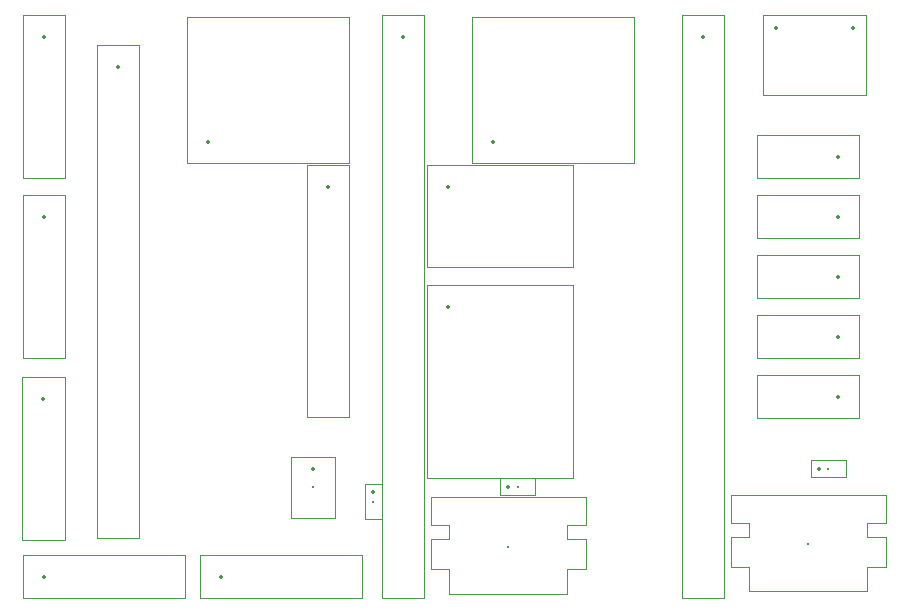
<source format=gbr>
%TF.GenerationSoftware,KiCad,Pcbnew,8.0.3*%
%TF.CreationDate,2024-07-03T12:22:04-05:00*%
%TF.ProjectId,lucidGloves,6c756369-6447-46c6-9f76-65732e6b6963,rev?*%
%TF.SameCoordinates,Original*%
%TF.FileFunction,Component,L1,Top*%
%TF.FilePolarity,Positive*%
%FSLAX46Y46*%
G04 Gerber Fmt 4.6, Leading zero omitted, Abs format (unit mm)*
G04 Created by KiCad (PCBNEW 8.0.3) date 2024-07-03 12:22:04*
%MOMM*%
%LPD*%
G01*
G04 APERTURE LIST*
%TA.AperFunction,ComponentMain*%
%ADD10C,0.300000*%
%TD*%
%TA.AperFunction,ComponentOutline,Courtyard*%
%ADD11C,0.100000*%
%TD*%
%TA.AperFunction,ComponentPin*%
%ADD12P,0.360000X4X0.000000*%
%TD*%
%TA.AperFunction,ComponentPin*%
%ADD13C,0.100000*%
%TD*%
G04 APERTURE END LIST*
D10*
%TO.C,R2*%
%TO.CFtp,R_0603_1608Metric*%
%TO.CVal,5100Ω*%
%TO.CLbN,Resistor_SMD*%
%TO.CMnt,SMD*%
%TO.CRot,0*%
X186245000Y-91440000D03*
D11*
X187724999Y-90710001D02*
X187724999Y-92169999D01*
X184765001Y-92169999D01*
X184765001Y-90710001D01*
X187724999Y-90710001D01*
D12*
%TO.P,R2,1*%
X185420000Y-91440000D03*
D13*
%TO.P,R2,2*%
X187070000Y-91440000D03*
%TD*%
D10*
%TO.C,D1*%
%TO.CFtp,LED_PLCC-2_3.4x3.0mm_AK*%
%TO.CVal,LED*%
%TO.CLbN,LED_SMD*%
%TO.CMnt,SMD*%
%TO.CRot,90*%
X168910000Y-91440000D03*
D11*
X170759999Y-88940001D02*
X170759999Y-94089999D01*
X167060001Y-94089999D01*
X167060001Y-88940001D01*
X170759999Y-88940001D01*
D12*
%TO.P,D1,1,K*%
X168910000Y-89940000D03*
D13*
%TO.P,D1,2,A*%
X168910000Y-92940000D03*
%TD*%
D10*
%TO.C,J12*%
%TO.CFtp,PinHeader_1x05_P2.54mm_Vertical*%
%TO.CVal,Conn_01x05_Pin*%
%TO.CLbN,Connector_PinHeader_2.54mm*%
%TO.CMnt,TH*%
%TO.CRot,0*%
X146100000Y-53340000D03*
D11*
X147899999Y-51540001D02*
X147899999Y-65289999D01*
X144300001Y-65289999D01*
X144300001Y-51540001D01*
X147899999Y-51540001D01*
D12*
%TO.P,J12,1,Pin_1*%
X146100000Y-53340000D03*
D13*
%TO.P,J12,2,Pin_2*%
X146100000Y-55880000D03*
%TO.P,J12,3,Pin_3*%
X146100000Y-58420000D03*
%TO.P,J12,4,Pin_4*%
X146100000Y-60960000D03*
%TO.P,J12,5,Pin_5*%
X146100000Y-63500000D03*
%TD*%
D10*
%TO.C,J9*%
%TO.CFtp,PinSocket_1x19_P2.54mm_Vertical*%
%TO.CVal,Conn_01x19_Socket*%
%TO.CLbN,Connector_PinSocket_2.54mm*%
%TO.CMnt,TH*%
%TO.CRot,0*%
X176555000Y-53340000D03*
D11*
X178304999Y-51540001D02*
X178304999Y-100839999D01*
X174755001Y-100839999D01*
X174755001Y-51540001D01*
X178304999Y-51540001D01*
D12*
%TO.P,J9,1,Pin_1*%
X176555000Y-53340000D03*
D13*
%TO.P,J9,2,Pin_2*%
X176555000Y-55880000D03*
%TO.P,J9,3,Pin_3*%
X176555000Y-58420000D03*
%TO.P,J9,4,Pin_4*%
X176555000Y-60960000D03*
%TO.P,J9,5,Pin_5*%
X176555000Y-63500000D03*
%TO.P,J9,6,Pin_6*%
X176555000Y-66040000D03*
%TO.P,J9,7,Pin_7*%
X176555000Y-68580000D03*
%TO.P,J9,8,Pin_8*%
X176555000Y-71120000D03*
%TO.P,J9,9,Pin_9*%
X176555000Y-73660000D03*
%TO.P,J9,10,Pin_10*%
X176555000Y-76200000D03*
%TO.P,J9,11,Pin_11*%
X176555000Y-78740000D03*
%TO.P,J9,12,Pin_12*%
X176555000Y-81280000D03*
%TO.P,J9,13,Pin_13*%
X176555000Y-83820000D03*
%TO.P,J9,14,Pin_14*%
X176555000Y-86360000D03*
%TO.P,J9,15,Pin_15*%
X176555000Y-88900000D03*
%TO.P,J9,16,Pin_16*%
X176555000Y-91440000D03*
%TO.P,J9,17,Pin_17*%
X176555000Y-93980000D03*
%TO.P,J9,18,Pin_18*%
X176555000Y-96520000D03*
%TO.P,J9,19,Pin_19*%
X176555000Y-99060000D03*
%TD*%
D10*
%TO.C,J16*%
%TO.CFtp,PinHeader_1x03_P2.54mm_Vertical*%
%TO.CVal,Conn_01x03_Pin*%
%TO.CLbN,Connector_PinHeader_2.54mm*%
%TO.CMnt,TH*%
%TO.CRot,-90*%
X213360000Y-63500000D03*
D11*
X215159999Y-61700001D02*
X215159999Y-65299999D01*
X206510001Y-65299999D01*
X206510001Y-61700001D01*
X215159999Y-61700001D01*
D12*
%TO.P,J16,1,Pin_1*%
X213360000Y-63500000D03*
D13*
%TO.P,J16,2,Pin_2*%
X210820000Y-63500000D03*
%TO.P,J16,3,Pin_3*%
X208280000Y-63500000D03*
%TD*%
D10*
%TO.C,J11*%
%TO.CFtp,PinHeader_1x05_P2.54mm_Vertical*%
%TO.CVal,Conn_01x05_Pin*%
%TO.CLbN,Connector_PinHeader_2.54mm*%
%TO.CMnt,TH*%
%TO.CRot,0*%
X146100000Y-68580000D03*
D11*
X147899999Y-66780001D02*
X147899999Y-80529999D01*
X144300001Y-80529999D01*
X144300001Y-66780001D01*
X147899999Y-66780001D01*
D12*
%TO.P,J11,1,Pin_1*%
X146100000Y-68580000D03*
D13*
%TO.P,J11,2,Pin_2*%
X146100000Y-71120000D03*
%TO.P,J11,3,Pin_3*%
X146100000Y-73660000D03*
%TO.P,J11,4,Pin_4*%
X146100000Y-76200000D03*
%TO.P,J11,5,Pin_5*%
X146100000Y-78740000D03*
%TD*%
D10*
%TO.C,R1*%
%TO.CFtp,R_0603_1608Metric*%
%TO.CVal,5100Ω*%
%TO.CLbN,Resistor_SMD*%
%TO.CMnt,SMD*%
%TO.CRot,0*%
X212535000Y-89915000D03*
D11*
X214014999Y-89185001D02*
X214014999Y-90644999D01*
X211055001Y-90644999D01*
X211055001Y-89185001D01*
X214014999Y-89185001D01*
D12*
%TO.P,R1,1*%
X211710000Y-89915000D03*
D13*
%TO.P,R1,2*%
X213360000Y-89915000D03*
%TD*%
D10*
%TO.C,J5*%
%TO.CFtp,PinHeader_1x05_P2.54mm_Vertical*%
%TO.CVal,Conn_01x05_Pin*%
%TO.CLbN,Connector_PinHeader_2.54mm*%
%TO.CMnt,TH*%
%TO.CRot,90*%
X161120000Y-99060000D03*
D11*
X173069999Y-97260001D02*
X173069999Y-100859999D01*
X159320001Y-100859999D01*
X159320001Y-97260001D01*
X173069999Y-97260001D01*
D12*
%TO.P,J5,1,Pin_1*%
X161120000Y-99060000D03*
D13*
%TO.P,J5,2,Pin_2*%
X163660000Y-99060000D03*
%TO.P,J5,3,Pin_3*%
X166200000Y-99060000D03*
%TO.P,J5,4,Pin_4*%
X168740000Y-99060000D03*
%TO.P,J5,5,Pin_5*%
X171280000Y-99060000D03*
%TD*%
D10*
%TO.C,J15*%
%TO.CFtp,PinHeader_1x05_P2.54mm_Horizontal*%
%TO.CVal,Conn_01x05_Pin*%
%TO.CLbN,Connector_PinHeader_2.54mm*%
%TO.CMnt,TH*%
%TO.CRot,90*%
X184155000Y-62230000D03*
D11*
X196104999Y-51680001D02*
X196104999Y-64029999D01*
X182355001Y-64029999D01*
X182355001Y-51680001D01*
X196104999Y-51680001D01*
D12*
%TO.P,J15,1,Pin_1*%
X184155000Y-62230000D03*
D13*
%TO.P,J15,2,Pin_2*%
X186695000Y-62230000D03*
%TO.P,J15,3,Pin_3*%
X189235000Y-62230000D03*
%TO.P,J15,4,Pin_4*%
X191775000Y-62230000D03*
%TO.P,J15,5,Pin_5*%
X194315000Y-62230000D03*
%TD*%
D10*
%TO.C,J1*%
%TO.CFtp,USB_C_Receptacle_GCT_USB4135-GF-A_6P_TopMnt_Horizontal*%
%TO.CVal,USB_C_Receptacle_PowerOnly_6P*%
%TO.CLbN,Connector_USB*%
%TO.CMnt,SMD*%
%TO.CRot,0*%
X210823213Y-96320148D03*
D11*
X217373212Y-92120149D02*
X217373212Y-94520147D01*
X215823212Y-94520147D01*
X215823212Y-95670149D01*
X217373212Y-95670149D01*
X217373212Y-98220147D01*
X215823212Y-98220147D01*
X215823212Y-100320147D01*
X205823214Y-100320147D01*
X205823214Y-98220147D01*
X204273214Y-98220147D01*
X204273214Y-95670149D01*
X205823214Y-95670149D01*
X205823214Y-94520147D01*
X204273214Y-94520147D01*
X204273214Y-92120149D01*
X217373212Y-92120149D01*
D13*
%TO.P,J1,A5,CC1*%
X210323213Y-93287648D03*
%TO.P,J1,A9,VBUS*%
X212343213Y-93287648D03*
%TO.P,J1,A12,GND*%
X213573213Y-93287648D03*
%TO.P,J1,B5,CC2*%
X211323213Y-93287648D03*
%TO.P,J1,B9,VBUS*%
X209303213Y-93287648D03*
%TO.P,J1,B12,GND*%
X208073213Y-93287648D03*
%TO.P,J1,S1,SHIELD*%
X205698213Y-93342648D03*
X205698213Y-96922648D03*
X215948213Y-93342648D03*
X215948213Y-96922648D03*
%TD*%
D10*
%TO.C,J10*%
%TO.CFtp,PinHeader_1x05_P2.54mm_Vertical*%
%TO.CVal,Conn_01x05_Pin*%
%TO.CLbN,Connector_PinHeader_2.54mm*%
%TO.CMnt,TH*%
%TO.CRot,0*%
X146075000Y-84000000D03*
D11*
X147874999Y-82200001D02*
X147874999Y-95949999D01*
X144275001Y-95949999D01*
X144275001Y-82200001D01*
X147874999Y-82200001D01*
D12*
%TO.P,J10,1,Pin_1*%
X146075000Y-84000000D03*
D13*
%TO.P,J10,2,Pin_2*%
X146075000Y-86540000D03*
%TO.P,J10,3,Pin_3*%
X146075000Y-89080000D03*
%TO.P,J10,4,Pin_4*%
X146075000Y-91620000D03*
%TO.P,J10,5,Pin_5*%
X146075000Y-94160000D03*
%TD*%
D10*
%TO.C,J4*%
%TO.CFtp,PinHeader_1x05_P2.54mm_Vertical*%
%TO.CVal,Conn_01x05_Pin*%
%TO.CLbN,Connector_PinHeader_2.54mm*%
%TO.CMnt,TH*%
%TO.CRot,90*%
X146100000Y-99060000D03*
D11*
X158049999Y-97260001D02*
X158049999Y-100859999D01*
X144300001Y-100859999D01*
X144300001Y-97260001D01*
X158049999Y-97260001D01*
D12*
%TO.P,J4,1,Pin_1*%
X146100000Y-99060000D03*
D13*
%TO.P,J4,2,Pin_2*%
X148640000Y-99060000D03*
%TO.P,J4,3,Pin_3*%
X151180000Y-99060000D03*
%TO.P,J4,4,Pin_4*%
X153720000Y-99060000D03*
%TO.P,J4,5,Pin_5*%
X156260000Y-99060000D03*
%TD*%
D10*
%TO.C,J18*%
%TO.CFtp,PinHeader_1x03_P2.54mm_Vertical*%
%TO.CVal,Conn_01x03_Pin*%
%TO.CLbN,Connector_PinHeader_2.54mm*%
%TO.CMnt,TH*%
%TO.CRot,-90*%
X213360000Y-73660000D03*
D11*
X215159999Y-71860001D02*
X215159999Y-75459999D01*
X206510001Y-75459999D01*
X206510001Y-71860001D01*
X215159999Y-71860001D01*
D12*
%TO.P,J18,1,Pin_1*%
X213360000Y-73660000D03*
D13*
%TO.P,J18,2,Pin_2*%
X210820000Y-73660000D03*
%TO.P,J18,3,Pin_3*%
X208280000Y-73660000D03*
%TD*%
D10*
%TO.C,J13*%
%TO.CFtp,PinSocket_1x19_P2.54mm_Vertical*%
%TO.CVal,Conn_01x19_Socket*%
%TO.CLbN,Connector_PinSocket_2.54mm*%
%TO.CMnt,TH*%
%TO.CRot,0*%
X201930000Y-53340000D03*
D11*
X203679999Y-51540001D02*
X203679999Y-100839999D01*
X200130001Y-100839999D01*
X200130001Y-51540001D01*
X203679999Y-51540001D01*
D12*
%TO.P,J13,1,Pin_1*%
X201930000Y-53340000D03*
D13*
%TO.P,J13,2,Pin_2*%
X201930000Y-55880000D03*
%TO.P,J13,3,Pin_3*%
X201930000Y-58420000D03*
%TO.P,J13,4,Pin_4*%
X201930000Y-60960000D03*
%TO.P,J13,5,Pin_5*%
X201930000Y-63500000D03*
%TO.P,J13,6,Pin_6*%
X201930000Y-66040000D03*
%TO.P,J13,7,Pin_7*%
X201930000Y-68580000D03*
%TO.P,J13,8,Pin_8*%
X201930000Y-71120000D03*
%TO.P,J13,9,Pin_9*%
X201930000Y-73660000D03*
%TO.P,J13,10,Pin_10*%
X201930000Y-76200000D03*
%TO.P,J13,11,Pin_11*%
X201930000Y-78740000D03*
%TO.P,J13,12,Pin_12*%
X201930000Y-81280000D03*
%TO.P,J13,13,Pin_13*%
X201930000Y-83820000D03*
%TO.P,J13,14,Pin_14*%
X201930000Y-86360000D03*
%TO.P,J13,15,Pin_15*%
X201930000Y-88900000D03*
%TO.P,J13,16,Pin_16*%
X201930000Y-91440000D03*
%TO.P,J13,17,Pin_17*%
X201930000Y-93980000D03*
%TO.P,J13,18,Pin_18*%
X201930000Y-96520000D03*
%TO.P,J13,19,Pin_19*%
X201930000Y-99060000D03*
%TD*%
D10*
%TO.C,J20*%
%TO.CFtp,PinHeader_1x03_P2.54mm_Vertical*%
%TO.CVal,Conn_01x03_Pin*%
%TO.CLbN,Connector_PinHeader_2.54mm*%
%TO.CMnt,TH*%
%TO.CRot,-90*%
X213360000Y-83820000D03*
D11*
X215159999Y-82020001D02*
X215159999Y-85619999D01*
X206510001Y-85619999D01*
X206510001Y-82020001D01*
X215159999Y-82020001D01*
D12*
%TO.P,J20,1,Pin_1*%
X213360000Y-83820000D03*
D13*
%TO.P,J20,2,Pin_2*%
X210820000Y-83820000D03*
%TO.P,J20,3,Pin_3*%
X208280000Y-83820000D03*
%TD*%
D10*
%TO.C,J6*%
%TO.CFtp,PinHeader_1x05_P2.54mm_Horizontal*%
%TO.CVal,Conn_01x05_Pin*%
%TO.CLbN,Connector_PinHeader_2.54mm*%
%TO.CMnt,TH*%
%TO.CRot,90*%
X160020000Y-62230000D03*
D11*
X171969999Y-51680001D02*
X171969999Y-64029999D01*
X158220001Y-64029999D01*
X158220001Y-51680001D01*
X171969999Y-51680001D01*
D12*
%TO.P,J6,1,Pin_1*%
X160020000Y-62230000D03*
D13*
%TO.P,J6,2,Pin_2*%
X162560000Y-62230000D03*
%TO.P,J6,3,Pin_3*%
X165100000Y-62230000D03*
%TO.P,J6,4,Pin_4*%
X167640000Y-62230000D03*
%TO.P,J6,5,Pin_5*%
X170180000Y-62230000D03*
%TD*%
D10*
%TO.C,J19*%
%TO.CFtp,PinHeader_1x03_P2.54mm_Vertical*%
%TO.CVal,Conn_01x03_Pin*%
%TO.CLbN,Connector_PinHeader_2.54mm*%
%TO.CMnt,TH*%
%TO.CRot,-90*%
X213360000Y-78740000D03*
D11*
X215159999Y-76940001D02*
X215159999Y-80539999D01*
X206510001Y-80539999D01*
X206510001Y-76940001D01*
X215159999Y-76940001D01*
D12*
%TO.P,J19,1,Pin_1*%
X213360000Y-78740000D03*
D13*
%TO.P,J19,2,Pin_2*%
X210820000Y-78740000D03*
%TO.P,J19,3,Pin_3*%
X208280000Y-78740000D03*
%TD*%
D10*
%TO.C,J7*%
%TO.CFtp,PinHeader_1x16_P2.54mm_Vertical*%
%TO.CVal,Conn_01x16_Pin*%
%TO.CLbN,Connector_PinHeader_2.54mm*%
%TO.CMnt,TH*%
%TO.CRot,0*%
X152400000Y-55880000D03*
D11*
X154199999Y-54080001D02*
X154199999Y-95779999D01*
X150600001Y-95779999D01*
X150600001Y-54080001D01*
X154199999Y-54080001D01*
D12*
%TO.P,J7,1,Pin_1*%
X152400000Y-55880000D03*
D13*
%TO.P,J7,2,Pin_2*%
X152400000Y-58420000D03*
%TO.P,J7,3,Pin_3*%
X152400000Y-60960000D03*
%TO.P,J7,4,Pin_4*%
X152400000Y-63500000D03*
%TO.P,J7,5,Pin_5*%
X152400000Y-66040000D03*
%TO.P,J7,6,Pin_6*%
X152400000Y-68580000D03*
%TO.P,J7,7,Pin_7*%
X152400000Y-71120000D03*
%TO.P,J7,8,Pin_8*%
X152400000Y-73660000D03*
%TO.P,J7,9,Pin_9*%
X152400000Y-76200000D03*
%TO.P,J7,10,Pin_10*%
X152400000Y-78740000D03*
%TO.P,J7,11,Pin_11*%
X152400000Y-81280000D03*
%TO.P,J7,12,Pin_12*%
X152400000Y-83820000D03*
%TO.P,J7,13,Pin_13*%
X152400000Y-86360000D03*
%TO.P,J7,14,Pin_14*%
X152400000Y-88900000D03*
%TO.P,J7,15,Pin_15*%
X152400000Y-91440000D03*
%TO.P,J7,16,Pin_16*%
X152400000Y-93980000D03*
%TD*%
D10*
%TO.C,SW1*%
%TO.CFtp,SW_TH_Tactile_Omron_B3F-10xx*%
%TO.CVal,SW_Push*%
%TO.CLbN,Button_Switch_THT*%
%TO.CMnt,TH*%
%TO.CRot,0*%
X208130000Y-52650000D03*
D11*
X215729999Y-51550001D02*
X215729999Y-58249999D01*
X207030001Y-58249999D01*
X207030001Y-51550001D01*
X215729999Y-51550001D01*
D12*
%TO.P,SW1,1,1*%
X208130000Y-52650000D03*
X214630000Y-52650000D03*
D13*
%TO.P,SW1,2,2*%
X208130000Y-57150000D03*
X214630000Y-57150000D03*
%TD*%
D10*
%TO.C,J3*%
%TO.CFtp,PinHeader_1x03_P2.54mm_Horizontal*%
%TO.CVal,Conn_01x03_Pin*%
%TO.CLbN,Connector_PinHeader_2.54mm*%
%TO.CMnt,TH*%
%TO.CRot,0*%
X180340000Y-66040000D03*
D11*
X190889999Y-64240001D02*
X190889999Y-72889999D01*
X178540001Y-72889999D01*
X178540001Y-64240001D01*
X190889999Y-64240001D01*
D12*
%TO.P,J3,1,Pin_1*%
X180340000Y-66040000D03*
D13*
%TO.P,J3,2,Pin_2*%
X180340000Y-68580000D03*
%TO.P,J3,3,Pin_3*%
X180340000Y-71120000D03*
%TD*%
D10*
%TO.C,J8*%
%TO.CFtp,PinHeader_1x08_P2.54mm_Vertical*%
%TO.CVal,Conn_01x08_Pin*%
%TO.CLbN,Connector_PinHeader_2.54mm*%
%TO.CMnt,TH*%
%TO.CRot,0*%
X170180000Y-66040000D03*
D11*
X171979999Y-64240001D02*
X171979999Y-85589999D01*
X168380001Y-85589999D01*
X168380001Y-64240001D01*
X171979999Y-64240001D01*
D12*
%TO.P,J8,1,Pin_1*%
X170180000Y-66040000D03*
D13*
%TO.P,J8,2,Pin_2*%
X170180000Y-68580000D03*
%TO.P,J8,3,Pin_3*%
X170180000Y-71120000D03*
%TO.P,J8,4,Pin_4*%
X170180000Y-73660000D03*
%TO.P,J8,5,Pin_5*%
X170180000Y-76200000D03*
%TO.P,J8,6,Pin_6*%
X170180000Y-78740000D03*
%TO.P,J8,7,Pin_7*%
X170180000Y-81280000D03*
%TO.P,J8,8,Pin_8*%
X170180000Y-83820000D03*
%TD*%
D10*
%TO.C,J14*%
%TO.CFtp,PinHeader_1x06_P2.54mm_Horizontal*%
%TO.CVal,Conn_01x06_Pin*%
%TO.CLbN,Connector_PinHeader_2.54mm*%
%TO.CMnt,TH*%
%TO.CRot,0*%
X180340000Y-76200000D03*
D11*
X190889999Y-74400001D02*
X190889999Y-90699999D01*
X178540001Y-90699999D01*
X178540001Y-74400001D01*
X190889999Y-74400001D01*
D12*
%TO.P,J14,1,Pin_1*%
X180340000Y-76200000D03*
D13*
%TO.P,J14,2,Pin_2*%
X180340000Y-78740000D03*
%TO.P,J14,3,Pin_3*%
X180340000Y-81280000D03*
%TO.P,J14,4,Pin_4*%
X180340000Y-83820000D03*
%TO.P,J14,5,Pin_5*%
X180340000Y-86360000D03*
%TO.P,J14,6,Pin_6*%
X180340000Y-88900000D03*
%TD*%
D10*
%TO.C,J2*%
%TO.CFtp,USB_C_Receptacle_GCT_USB4135-GF-A_6P_TopMnt_Horizontal*%
%TO.CVal,USB_C_Receptacle_PowerOnly_6P*%
%TO.CLbN,Connector_USB*%
%TO.CMnt,SMD*%
%TO.CRot,0*%
X185420000Y-96520000D03*
D11*
X191969999Y-92320001D02*
X191969999Y-94719999D01*
X190419999Y-94719999D01*
X190419999Y-95870001D01*
X191969999Y-95870001D01*
X191969999Y-98419999D01*
X190419999Y-98419999D01*
X190419999Y-100519999D01*
X180420001Y-100519999D01*
X180420001Y-98419999D01*
X178870001Y-98419999D01*
X178870001Y-95870001D01*
X180420001Y-95870001D01*
X180420001Y-94719999D01*
X178870001Y-94719999D01*
X178870001Y-92320001D01*
X191969999Y-92320001D01*
D13*
%TO.P,J2,A5,CC1*%
X184920000Y-93487500D03*
%TO.P,J2,A9,VBUS*%
X186940000Y-93487500D03*
%TO.P,J2,A12,GND*%
X188170000Y-93487500D03*
%TO.P,J2,B5,CC2*%
X185920000Y-93487500D03*
%TO.P,J2,B9,VBUS*%
X183900000Y-93487500D03*
%TO.P,J2,B12,GND*%
X182670000Y-93487500D03*
%TO.P,J2,S1,SHIELD*%
X180295000Y-93542500D03*
X180295000Y-97122500D03*
X190545000Y-93542500D03*
X190545000Y-97122500D03*
%TD*%
D10*
%TO.C,J17*%
%TO.CFtp,PinHeader_1x03_P2.54mm_Vertical*%
%TO.CVal,Conn_01x03_Pin*%
%TO.CLbN,Connector_PinHeader_2.54mm*%
%TO.CMnt,TH*%
%TO.CRot,-90*%
X213360000Y-68580000D03*
D11*
X215159999Y-66780001D02*
X215159999Y-70379999D01*
X206510001Y-70379999D01*
X206510001Y-66780001D01*
X215159999Y-66780001D01*
D12*
%TO.P,J17,1,Pin_1*%
X213360000Y-68580000D03*
D13*
%TO.P,J17,2,Pin_2*%
X210820000Y-68580000D03*
%TO.P,J17,3,Pin_3*%
X208280000Y-68580000D03*
%TD*%
D10*
%TO.C,R3*%
%TO.CFtp,R_0603_1608Metric*%
%TO.CVal,270Ω*%
%TO.CLbN,Resistor_SMD*%
%TO.CMnt,SMD*%
%TO.CRot,-90*%
X173990000Y-92710000D03*
D11*
X174719999Y-91230001D02*
X174719999Y-94189999D01*
X173260001Y-94189999D01*
X173260001Y-91230001D01*
X174719999Y-91230001D01*
D12*
%TO.P,R3,1*%
X173990000Y-91885000D03*
D13*
%TO.P,R3,2*%
X173990000Y-93535000D03*
%TD*%
M02*

</source>
